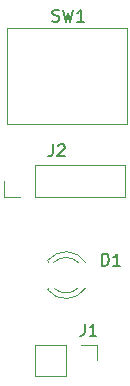
<source format=gbr>
%TF.GenerationSoftware,KiCad,Pcbnew,8.0.0-8.0.0-1~ubuntu22.04.1*%
%TF.CreationDate,2024-03-06T19:01:28-05:00*%
%TF.ProjectId,BantamOnOffSwitchGroup,42616e74-616d-44f6-9e4f-666653776974,rev?*%
%TF.SameCoordinates,Original*%
%TF.FileFunction,Legend,Top*%
%TF.FilePolarity,Positive*%
%FSLAX46Y46*%
G04 Gerber Fmt 4.6, Leading zero omitted, Abs format (unit mm)*
G04 Created by KiCad (PCBNEW 8.0.0-8.0.0-1~ubuntu22.04.1) date 2024-03-06 19:01:28*
%MOMM*%
%LPD*%
G01*
G04 APERTURE LIST*
%ADD10C,0.150000*%
%ADD11C,0.120000*%
G04 APERTURE END LIST*
D10*
X146031666Y-95314819D02*
X146031666Y-96029104D01*
X146031666Y-96029104D02*
X145984047Y-96171961D01*
X145984047Y-96171961D02*
X145888809Y-96267200D01*
X145888809Y-96267200D02*
X145745952Y-96314819D01*
X145745952Y-96314819D02*
X145650714Y-96314819D01*
X146460238Y-95410057D02*
X146507857Y-95362438D01*
X146507857Y-95362438D02*
X146603095Y-95314819D01*
X146603095Y-95314819D02*
X146841190Y-95314819D01*
X146841190Y-95314819D02*
X146936428Y-95362438D01*
X146936428Y-95362438D02*
X146984047Y-95410057D01*
X146984047Y-95410057D02*
X147031666Y-95505295D01*
X147031666Y-95505295D02*
X147031666Y-95600533D01*
X147031666Y-95600533D02*
X146984047Y-95743390D01*
X146984047Y-95743390D02*
X146412619Y-96314819D01*
X146412619Y-96314819D02*
X147031666Y-96314819D01*
X150201905Y-105569319D02*
X150201905Y-104569319D01*
X150201905Y-104569319D02*
X150440000Y-104569319D01*
X150440000Y-104569319D02*
X150582857Y-104616938D01*
X150582857Y-104616938D02*
X150678095Y-104712176D01*
X150678095Y-104712176D02*
X150725714Y-104807414D01*
X150725714Y-104807414D02*
X150773333Y-104997890D01*
X150773333Y-104997890D02*
X150773333Y-105140747D01*
X150773333Y-105140747D02*
X150725714Y-105331223D01*
X150725714Y-105331223D02*
X150678095Y-105426461D01*
X150678095Y-105426461D02*
X150582857Y-105521700D01*
X150582857Y-105521700D02*
X150440000Y-105569319D01*
X150440000Y-105569319D02*
X150201905Y-105569319D01*
X151725714Y-105569319D02*
X151154286Y-105569319D01*
X151440000Y-105569319D02*
X151440000Y-104569319D01*
X151440000Y-104569319D02*
X151344762Y-104712176D01*
X151344762Y-104712176D02*
X151249524Y-104807414D01*
X151249524Y-104807414D02*
X151154286Y-104855033D01*
X148701666Y-110514819D02*
X148701666Y-111229104D01*
X148701666Y-111229104D02*
X148654047Y-111371961D01*
X148654047Y-111371961D02*
X148558809Y-111467200D01*
X148558809Y-111467200D02*
X148415952Y-111514819D01*
X148415952Y-111514819D02*
X148320714Y-111514819D01*
X149701666Y-111514819D02*
X149130238Y-111514819D01*
X149415952Y-111514819D02*
X149415952Y-110514819D01*
X149415952Y-110514819D02*
X149320714Y-110657676D01*
X149320714Y-110657676D02*
X149225476Y-110752914D01*
X149225476Y-110752914D02*
X149130238Y-110800533D01*
X145986667Y-84862200D02*
X146129524Y-84909819D01*
X146129524Y-84909819D02*
X146367619Y-84909819D01*
X146367619Y-84909819D02*
X146462857Y-84862200D01*
X146462857Y-84862200D02*
X146510476Y-84814580D01*
X146510476Y-84814580D02*
X146558095Y-84719342D01*
X146558095Y-84719342D02*
X146558095Y-84624104D01*
X146558095Y-84624104D02*
X146510476Y-84528866D01*
X146510476Y-84528866D02*
X146462857Y-84481247D01*
X146462857Y-84481247D02*
X146367619Y-84433628D01*
X146367619Y-84433628D02*
X146177143Y-84386009D01*
X146177143Y-84386009D02*
X146081905Y-84338390D01*
X146081905Y-84338390D02*
X146034286Y-84290771D01*
X146034286Y-84290771D02*
X145986667Y-84195533D01*
X145986667Y-84195533D02*
X145986667Y-84100295D01*
X145986667Y-84100295D02*
X146034286Y-84005057D01*
X146034286Y-84005057D02*
X146081905Y-83957438D01*
X146081905Y-83957438D02*
X146177143Y-83909819D01*
X146177143Y-83909819D02*
X146415238Y-83909819D01*
X146415238Y-83909819D02*
X146558095Y-83957438D01*
X146891429Y-83909819D02*
X147129524Y-84909819D01*
X147129524Y-84909819D02*
X147320000Y-84195533D01*
X147320000Y-84195533D02*
X147510476Y-84909819D01*
X147510476Y-84909819D02*
X147748572Y-83909819D01*
X148653333Y-84909819D02*
X148081905Y-84909819D01*
X148367619Y-84909819D02*
X148367619Y-83909819D01*
X148367619Y-83909819D02*
X148272381Y-84052676D01*
X148272381Y-84052676D02*
X148177143Y-84147914D01*
X148177143Y-84147914D02*
X148081905Y-84195533D01*
D11*
%TO.C,J2*%
X141870000Y-99730000D02*
X141870000Y-98400000D01*
X143200000Y-99730000D02*
X141870000Y-99730000D01*
X144470000Y-97070000D02*
X152150000Y-97070000D01*
X144470000Y-99730000D02*
X144470000Y-97070000D01*
X144470000Y-99730000D02*
X152150000Y-99730000D01*
X152150000Y-99730000D02*
X152150000Y-97070000D01*
%TO.C,D1*%
X145570000Y-105148500D02*
X145570000Y-105304500D01*
X145570000Y-107464500D02*
X145570000Y-107620500D01*
X145570001Y-105148985D02*
G75*
G02*
X148802334Y-105305892I1559999J-1235515D01*
G01*
X146089040Y-105304501D02*
G75*
G02*
X148171129Y-105304664I1040960J-1079999D01*
G01*
X148171129Y-107464336D02*
G75*
G02*
X146089040Y-107464499I-1041129J1079836D01*
G01*
X148802334Y-107463108D02*
G75*
G02*
X145570001Y-107620015I-1672334J1078608D01*
G01*
%TO.C,J1*%
X144530000Y-112270000D02*
X144530000Y-114930000D01*
X147130000Y-112270000D02*
X144530000Y-112270000D01*
X147130000Y-112270000D02*
X147130000Y-114930000D01*
X147130000Y-114930000D02*
X144530000Y-114930000D01*
X148400000Y-112270000D02*
X149730000Y-112270000D01*
X149730000Y-112270000D02*
X149730000Y-113600000D01*
%TO.C,SW1*%
X142113000Y-85471000D02*
X147193000Y-85471000D01*
X142113000Y-93599000D02*
X142113000Y-85471000D01*
X147193000Y-85471000D02*
X152273000Y-85471000D01*
X147193000Y-93599000D02*
X142113000Y-93599000D01*
X152273000Y-85471000D02*
X152273000Y-93599000D01*
X152273000Y-93599000D02*
X147193000Y-93599000D01*
%TD*%
M02*

</source>
